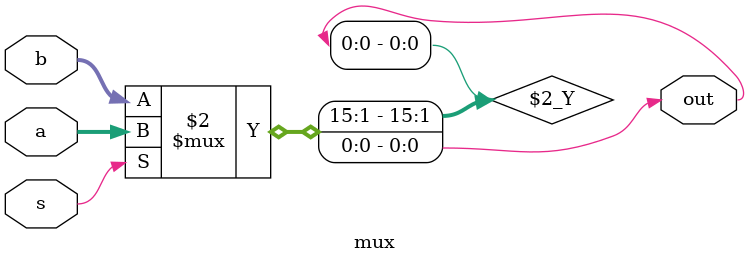
<source format=v>
`timescale 1ns / 1ps


module mux(
    input [15:0] a,
    input [15:0] b,
    input s,
    output reg out);
    always @(*) begin
        out = s?a:b;
    end
endmodule

</source>
